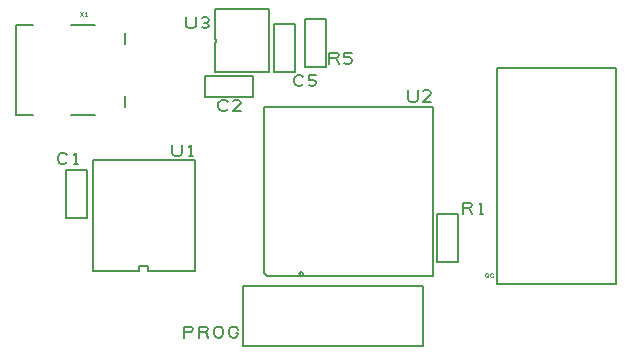
<source format=gto>
%FSLAX23Y23*%
%MOMM*%
G04 EasyPC Gerber Version 16.0.6 Build 3249 *
%ADD85C,0.03250*%
%ADD74C,0.12700*%
%ADD84C,0.20320*%
X0Y0D02*
D02*
D74*
X441077Y458499D02*
X440998Y458420D01*
X440839Y458341*
X440601*
X440442Y458420*
X440363Y458499*
X440283Y458658*
Y458976*
X440363Y459134*
X440442Y459214*
X440601Y459293*
X440839*
X440998Y459214*
X441077Y459134*
X441712Y458341D02*
X442029D01*
X441871D02*
Y459293D01*
X441712Y459134*
X442772Y453771D02*
Y457835D01*
X440994*
Y453771*
X442772*
X443283Y449328D02*
Y458678D01*
X451883*
Y449328*
X447958*
Y449703*
X447208*
Y449328*
X443283*
X449983Y459993D02*
Y459279D01*
X450063Y459120*
X450221Y459041*
X450539*
X450698Y459120*
X450777Y459279*
Y459993*
X451412Y459041D02*
X451729D01*
X451571D02*
Y459993D01*
X451412Y459834*
X450983Y443641D02*
Y444593D01*
X451539*
X451698Y444514*
X451777Y444355*
X451698Y444196*
X451539Y444117*
X450983*
X452253Y443641D02*
Y444593D01*
X452809*
X452967Y444514*
X453047Y444355*
X452967Y444196*
X452809Y444117*
X452253*
X452809D02*
X453047Y443641D01*
X453523Y443958D02*
Y444276D01*
X453603Y444434*
X453682Y444514*
X453841Y444593*
X453999*
X454158Y444514*
X454238Y444434*
X454317Y444276*
Y443958*
X454238Y443799*
X454158Y443720*
X453999Y443641*
X453841*
X453682Y443720*
X453603Y443799*
X453523Y443958*
X455349Y444038D02*
X455587D01*
Y443958*
X455508Y443799*
X455428Y443720*
X455269Y443641*
X455111*
X454952Y443720*
X454873Y443799*
X454793Y443958*
Y444276*
X454873Y444434*
X454952Y444514*
X455111Y444593*
X455269*
X455428Y444514*
X455508Y444434*
X455587Y444276*
X451183Y470793D02*
Y470079D01*
X451263Y469920*
X451421Y469841*
X451739*
X451897Y469920*
X451977Y470079*
Y470793*
X452533Y469920D02*
X452691Y469841D01*
X452850*
X453009Y469920*
X453088Y470079*
X453009Y470238*
X452850Y470317*
X452691*
X452850D02*
X453009Y470396D01*
X453088Y470555*
X453009Y470714*
X452850Y470793*
X452691*
X452533Y470714*
X452751Y464014D02*
X456815D01*
Y465792*
X452751*
Y464014*
X453608Y471503D02*
X458158D01*
Y466103*
X453608*
Y468678*
X453733*
Y468928*
X453608*
Y471503*
X454677Y462999D02*
X454598Y462920D01*
X454439Y462841*
X454201*
X454042Y462920*
X453963Y462999*
X453883Y463158*
Y463476*
X453963Y463634*
X454042Y463714*
X454201Y463793*
X454439*
X454598Y463714*
X454677Y463634*
X455788Y462841D02*
X455153D01*
X455709Y463396*
X455788Y463555*
X455709Y463714*
X455550Y463793*
X455312*
X455153Y463714*
X457783Y449103D02*
Y463203D01*
X472083*
Y448903*
X457983*
X457783Y449103*
X458594Y470235D02*
Y466171D01*
X460372*
Y470235*
X458594*
X461077Y465099D02*
X460998Y465020D01*
X460839Y464941*
X460601*
X460442Y465020*
X460363Y465099*
X460283Y465258*
Y465576*
X460363Y465734*
X460442Y465814*
X460601Y465893*
X460839*
X460998Y465814*
X461077Y465734*
X461553Y465020D02*
X461712Y464941D01*
X461950*
X462109Y465020*
X462188Y465179*
Y465258*
X462109Y465417*
X461950Y465496*
X461553*
Y465893*
X462188*
X460933Y448903D02*
G75*
G03Y449253J175D01*
G01*
G75*
G03Y448903J-175*
G01*
G36*
G75*
G03Y449253J175*
G01*
G75*
G03Y448903J-175*
G01*
G37*
X461194Y470635D02*
Y466571D01*
X462972*
Y470635*
X461194*
X463283Y466841D02*
Y467793D01*
X463839*
X463998Y467714*
X464077Y467555*
X463998Y467396*
X463839Y467317*
X463283*
X463839D02*
X464077Y466841D01*
X464553Y466920D02*
X464712Y466841D01*
X464950*
X465109Y466920*
X465188Y467079*
Y467158*
X465109Y467317*
X464950Y467396*
X464553*
Y467793*
X465188*
X466173Y442963D02*
X456013D01*
Y448043*
X471253*
Y442963*
X466173*
X469983Y464593D02*
Y463879D01*
X470063Y463720*
X470221Y463641*
X470539*
X470698Y463720*
X470777Y463879*
Y464593*
X471888Y463641D02*
X471253D01*
X471809Y464196*
X471888Y464355*
X471809Y464514*
X471650Y464593*
X471412*
X471253Y464514*
X474172Y450071D02*
Y454135D01*
X472394*
Y450071*
X474172*
X474583Y454141D02*
Y455093D01*
X475139*
X475298Y455014*
X475377Y454855*
X475298Y454696*
X475139Y454617*
X474583*
X475139D02*
X475377Y454141D01*
X476012D02*
X476329D01*
X476171D02*
Y455093D01*
X476012Y454934*
X477483Y448203D02*
Y466453D01*
X487533*
Y448203*
X477483*
D02*
D84*
X438183Y470103D02*
X436783D01*
Y462503*
X438183*
X441383Y470103D02*
X443483D01*
Y462503D02*
X441383D01*
X445983Y464103D02*
Y463203D01*
Y469403D02*
Y468503D01*
D02*
D85*
X442183Y470879D02*
X442437Y471184D01*
X442183D02*
X442437Y470879D01*
X442640D02*
X442742D01*
X442691D02*
Y471184D01*
X442640Y471133*
X476661Y448906D02*
X476737D01*
Y448880*
X476712Y448830*
X476686Y448804*
X476635Y448779*
X476585*
X476534Y448804*
X476509Y448830*
X476483Y448880*
Y448982*
X476509Y449033*
X476534Y449058*
X476585Y449084*
X476635*
X476686Y449058*
X476712Y449033*
X476737Y448982*
X477144Y448830D02*
X477118Y448804D01*
X477067Y448779*
X476991*
X476940Y448804*
X476915Y448830*
X476890Y448880*
Y448982*
X476915Y449033*
X476940Y449058*
X476991Y449084*
X477067*
X477118Y449058*
X477144Y449033*
X0Y0D02*
M02*

</source>
